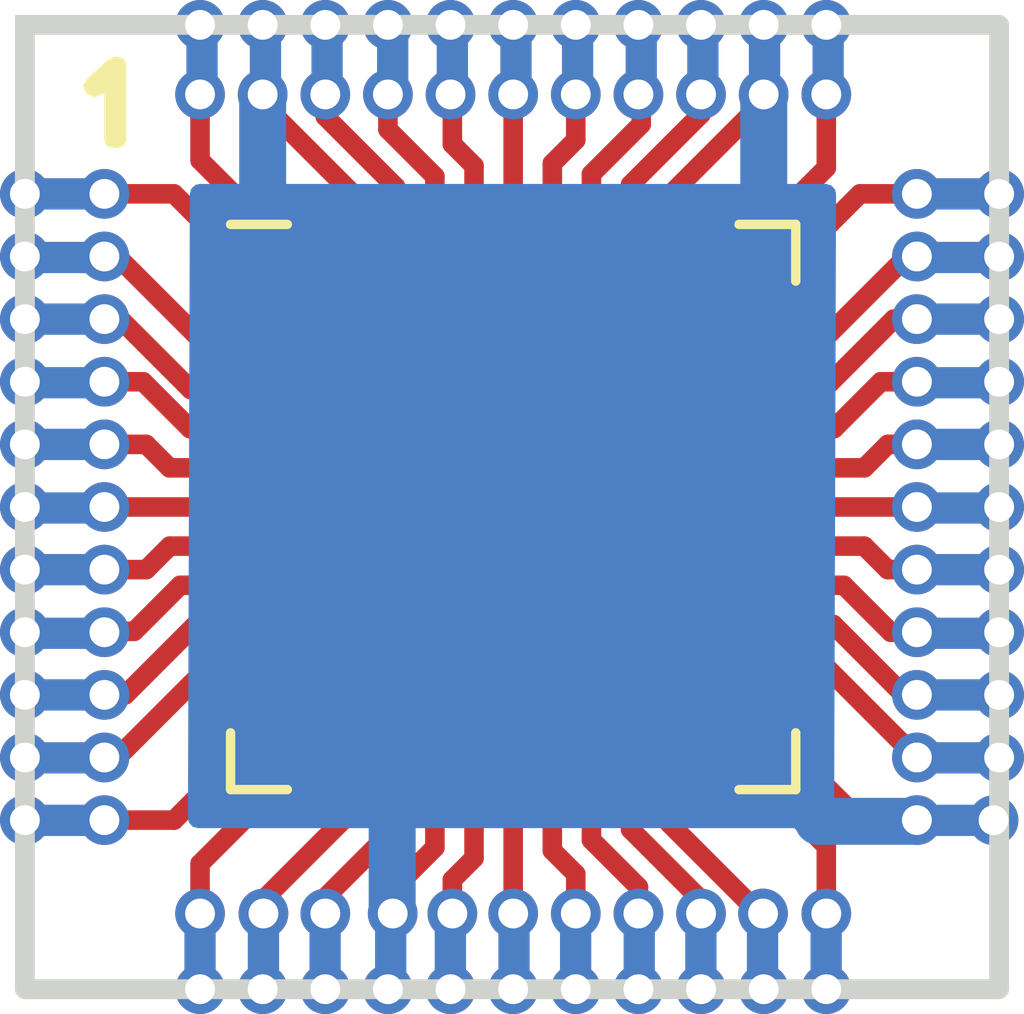
<source format=kicad_pcb>
(kicad_pcb (version 20211014) (generator pcbnew)
  (layers (0 "F.Cu" signal "Top") (31 "B.Cu" signal "Bottom") (34 "B.Paste" user) (35 "F.Paste" user) (36 "B.SilkS" user "B.Silkscreen") (37 "F.SilkS" user "F.Silkscreen") (38 "B.Mask" user) (39 "F.Mask" user) (44 "Edge.Cuts" user))
  (net 0 "")
  (net 1 "unconnected-(U1-Pad1)")
  (net 2 "unconnected-(U1-Pad2)")
  (net 3 "unconnected-(U1-Pad3)")
  (net 4 "unconnected-(U1-Pad4)")
  (net 5 "GND")
  (net 6 "unconnected-(U1-Pad7)")
  (net 7 "unconnected-(U1-Pad8)")
  (net 8 "unconnected-(U1-Pad9)")
  (net 9 "unconnected-(U1-Pad10)")
  (net 10 "unconnected-(U1-Pad11)")
  (net 11 "unconnected-(U1-Pad12)")
  (net 12 "unconnected-(U1-Pad13)")
  (net 13 "unconnected-(U1-Pad16)")
  (net 14 "unconnected-(U1-Pad19)")
  (net 15 "unconnected-(U1-Pad20)")
  (net 16 "unconnected-(U1-Pad21)")
  (net 17 "unconnected-(U1-Pad22)")
  (net 18 "unconnected-(U1-Pad25)")
  (net 19 "unconnected-(U1-Pad26)")
  (net 20 "unconnected-(U1-Pad27)")
  (net 21 "unconnected-(U1-Pad29)")
  (net 22 "unconnected-(U1-Pad30)")
  (net 23 "unconnected-(U1-Pad31)")
  (net 24 "unconnected-(U1-Pad32)")
  (net 25 "unconnected-(U1-Pad33)")
  (net 26 "unconnected-(U1-Pad36)")
  (net 27 "unconnected-(U1-Pad37)")
  (net 28 "unconnected-(U1-Pad40)")
  (net 29 "unconnected-(U1-Pad41)")
  (net 30 "unconnected-(U1-Pad42)")
  (net 31 "unconnected-(U1-Pad5)")
  (net 32 "unconnected-(U1-Pad6)")
  (net 33 "Net-(U1-Pad14)")
  (net 34 "unconnected-(U1-Pad17)")
  (net 35 "unconnected-(U1-Pad18)")
  (net 36 "Net-(U1-Pad24)")
  (net 37 "unconnected-(U1-Pad28)")
  (net 38 "unconnected-(U1-Pad38)")
  (net 39 "unconnected-(U1-Pad39)")
  (footprint "Package_DFN_QFN:QFN-44-1EP_7x7mm_P0.5mm_EP5.2x5.2mm" (layer "F.Cu") (at 221.376 79.692)
    (fp_text reference "U1" hide)
    (fp_text value "ATmega32U4-M")
    (fp_line (start 3.61 3.61) (end 3.61 2.885) (layer "F.SilkS") (width 0.12))
    (fp_line (start 2.885 -3.61) (end 3.61 -3.61) (layer "F.SilkS") (width 0.12))
    (fp_line (start -3.61 3.61) (end -3.61 2.885) (layer "F.SilkS") (width 0.12))
    (fp_line (start -2.885 -3.61) (end -3.61 -3.61) (layer "F.SilkS") (width 0.12))
    (fp_line (start 3.61 -3.61) (end 3.61 -2.885) (layer "F.SilkS") (width 0.12))
    (fp_line (start -2.885 3.61) (end -3.61 3.61) (layer "F.SilkS") (width 0.12))
    (fp_line (start 2.885 3.61) (end 3.61 3.61) (layer "F.SilkS") (width 0.12))
    (pad "1" smd roundrect (at -3.3375 -2.5) (size 1.075 0.25) (layers "F.Cu" "F.Paste" "F.Mask") (net 1 "unconnected-(U1-Pad1)"))
    (pad "2" smd roundrect (at -3.3375 -2) (size 1.075 0.25) (layers "F.Cu" "F.Paste" "F.Mask") (net 2 "unconnected-(U1-Pad2)"))
    (pad "3" smd roundrect (at -3.3375 -1.5) (size 1.075 0.25) (layers "F.Cu" "F.Paste" "F.Mask") (net 3 "unconnected-(U1-Pad3)"))
    (pad "4" smd roundrect (at -3.3375 -1) (size 1.075 0.25) (layers "F.Cu" "F.Paste" "F.Mask") (net 4 "unconnected-(U1-Pad4)"))
    (pad "5" smd roundrect (at -3.3375 -0.5) (size 1.075 0.25) (layers "F.Cu" "F.Paste" "F.Mask") (net 31 "unconnected-(U1-Pad5)"))
    (pad "6" smd roundrect (at -3.3375 0) (size 1.075 0.25) (layers "F.Cu" "F.Paste" "F.Mask") (net 32 "unconnected-(U1-Pad6)"))
    (pad "7" smd roundrect (at -3.3375 0.5) (size 1.075 0.25) (layers "F.Cu" "F.Paste" "F.Mask") (net 6 "unconnected-(U1-Pad7)"))
    (pad "8" smd roundrect (at -3.3375 1) (size 1.075 0.25) (layers "F.Cu" "F.Paste" "F.Mask") (net 7 "unconnected-(U1-Pad8)"))
    (pad "9" smd roundrect (at -3.3375 1.5) (size 1.075 0.25) (layers "F.Cu" "F.Paste" "F.Mask") (net 8 "unconnected-(U1-Pad9)"))
    (pad "10" smd roundrect (at -3.3375 2) (size 1.075 0.25) (layers "F.Cu" "F.Paste" "F.Mask") (net 9 "unconnected-(U1-Pad10)"))
    (pad "11" smd roundrect (at -3.3375 2.5) (size 1.075 0.25) (layers "F.Cu" "F.Paste" "F.Mask") (net 10 "unconnected-(U1-Pad11)"))
    (pad "12" smd roundrect (at -2.5 3.3375) (size 0.25 1.075) (layers "F.Cu" "F.Paste" "F.Mask") (net 11 "unconnected-(U1-Pad12)"))
    (pad "13" smd roundrect (at -2 3.3375) (size 0.25 1.075) (layers "F.Cu" "F.Paste" "F.Mask") (net 12 "unconnected-(U1-Pad13)"))
    (pad "14" smd roundrect (at -1.5 3.3375) (size 0.25 1.075) (layers "F.Cu" "F.Paste" "F.Mask") (net 33 "Net-(U1-Pad14)"))
    (pad "15" smd roundrect (at -1 3.3375) (size 0.25 1.075) (layers "F.Cu" "F.Paste" "F.Mask") (net 5 "GND"))
    (pad "16" smd roundrect (at -0.5 3.3375) (size 0.25 1.075) (layers "F.Cu" "F.Paste" "F.Mask") (net 13 "unconnected-(U1-Pad16)"))
    (pad "17" smd roundrect (at 0 3.3375) (size 0.25 1.075) (layers "F.Cu" "F.Paste" "F.Mask") (net 34 "unconnected-(U1-Pad17)"))
    (pad "18" smd roundrect (at 0.5 3.3375) (size 0.25 1.075) (layers "F.Cu" "F.Paste" "F.Mask") (net 35 "unconnected-(U1-Pad18)"))
    (pad "19" smd roundrect (at 1 3.3375) (size 0.25 1.075) (layers "F.Cu" "F.Paste" "F.Mask") (net 14 "unconnected-(U1-Pad19)"))
    (pad "20" smd roundrect (at 1.5 3.3375) (size 0.25 1.075) (layers "F.Cu" "F.Paste" "F.Mask") (net 15 "unconnected-(U1-Pad20)"))
    (pad "21" smd roundrect (at 2 3.3375) (size 0.25 1.075) (layers "F.Cu" "F.Paste" "F.Mask") (net 16 "unconnected-(U1-Pad21)"))
    (pad "22" smd roundrect (at 2.5 3.3375) (size 0.25 1.075) (layers "F.Cu" "F.Paste" "F.Mask") (net 17 "unconnected-(U1-Pad22)"))
    (pad "23" smd roundrect (at 3.3375 2.5) (size 1.075 0.25) (layers "F.Cu" "F.Paste" "F.Mask") (net 5 "GND"))
    (pad "24" smd roundrect (at 3.3375 2) (size 1.075 0.25) (layers "F.Cu" "F.Paste" "F.Mask") (net 36 "Net-(U1-Pad24)"))
    (pad "25" smd roundrect (at 3.3375 1.5) (size 1.075 0.25) (layers "F.Cu" "F.Paste" "F.Mask") (net 18 "unconnected-(U1-Pad25)"))
    (pad "26" smd roundrect (at 3.3375 1) (size 1.075 0.25) (layers "F.Cu" "F.Paste" "F.Mask") (net 19 "unconnected-(U1-Pad26)"))
    (pad "27" smd roundrect (at 3.3375 0.5) (size 1.075 0.25) (layers "F.Cu" "F.Paste" "F.Mask") (net 20 "unconnected-(U1-Pad27)"))
    (pad "28" smd roundrect (at 3.3375 0) (size 1.075 0.25) (layers "F.Cu" "F.Paste" "F.Mask") (net 37 "unconnected-(U1-Pad28)"))
    (pad "29" smd roundrect (at 3.3375 -0.5) (size 1.075 0.25) (layers "F.Cu" "F.Paste" "F.Mask") (net 21 "unconnected-(U1-Pad29)"))
    (pad "30" smd roundrect (at 3.3375 -1) (size 1.075 0.25) (layers "F.Cu" "F.Paste" "F.Mask") (net 22 "unconnected-(U1-Pad30)"))
    (pad "31" smd roundrect (at 3.3375 -1.5) (size 1.075 0.25) (layers "F.Cu" "F.Paste" "F.Mask") (net 23 "unconnected-(U1-Pad31)"))
    (pad "32" smd roundrect (at 3.3375 -2) (size 1.075 0.25) (layers "F.Cu" "F.Paste" "F.Mask") (net 24 "unconnected-(U1-Pad32)"))
    (pad "33" smd roundrect (at 3.3375 -2.5) (size 1.075 0.25) (layers "F.Cu" "F.Paste" "F.Mask") (net 25 "unconnected-(U1-Pad33)"))
    (pad "34" smd roundrect (at 2.5 -3.3375) (size 0.25 1.075) (layers "F.Cu" "F.Paste" "F.Mask") (net 33 "Net-(U1-Pad14)"))
    (pad "35" smd roundrect (at 2 -3.3375) (size 0.25 1.075) (layers "F.Cu" "F.Paste" "F.Mask") (net 5 "GND"))
    (pad "36" smd roundrect (at 1.5 -3.3375) (size 0.25 1.075) (layers "F.Cu" "F.Paste" "F.Mask") (net 26 "unconnected-(U1-Pad36)"))
    (pad "37" smd roundrect (at 1 -3.3375) (size 0.25 1.075) (layers "F.Cu" "F.Paste" "F.Mask") (net 27 "unconnected-(U1-Pad37)"))
    (pad "38" smd roundrect (at 0.5 -3.3375) (size 0.25 1.075) (layers "F.Cu" "F.Paste" "F.Mask") (net 38 "unconnected-(U1-Pad38)"))
    (pad "39" smd roundrect (at 0 -3.3375) (size 0.25 1.075) (layers "F.Cu" "F.Paste" "F.Mask") (net 39 "unconnected-(U1-Pad39)"))
    (pad "40" smd roundrect (at -0.5 -3.3375) (size 0.25 1.075) (layers "F.Cu" "F.Paste" "F.Mask") (net 28 "unconnected-(U1-Pad40)"))
    (pad "41" smd roundrect (at -1 -3.3375) (size 0.25 1.075) (layers "F.Cu" "F.Paste" "F.Mask") (net 29 "unconnected-(U1-Pad41)"))
    (pad "42" smd roundrect (at -1.5 -3.3375) (size 0.25 1.075) (layers "F.Cu" "F.Paste" "F.Mask") (net 30 "unconnected-(U1-Pad42)"))
    (pad "43" smd roundrect (at -2 -3.3375) (size 0.25 1.075) (layers "F.Cu" "F.Paste" "F.Mask") (net 5 "GND"))
    (pad "44" smd roundrect (at -2.5 -3.3375) (size 0.25 1.075) (layers "F.Cu" "F.Paste" "F.Mask") (net 36 "Net-(U1-Pad24)"))
    (pad "45" smd rect (at 0 0) (size 5.2 5.2) (layers "F.Cu" "F.Mask") (net 5 "GND"))
  )
  (footprint "kibuzzard-624633C9" (layer "F.Cu") (at 216.154 74.5236)
    (fp_text reference "kibuzzard-624633C9" hide)
    (fp_text value "G***" hide)
    (fp_poly (pts (xy 0.042863 -0.542925) (xy 0.132556 -0.5842) (xy 0.207963 -0.576263) (xy 0.249238 -0.558006) (xy 0.271463 -0.523875) (xy 0.2794 -0.439738) (xy 0.2794 0.4445) (xy 0.277019 0.499269) (xy 0.261938 0.541338) (xy 0.219869 0.573484) (xy 0.138113 0.5842) (xy 0.058341 0.573881) (xy 0.015875 0.542925) (xy 0.000794 0.499269) (xy -0.001588 0.441325) (xy -0.001588 -0.125413) (xy -0.022225 -0.106363) (xy -0.13335 -0.05715) (xy -0.229394 -0.112713) (xy -0.2794 -0.211138) (xy -0.22225 -0.3048) (xy 0.0381 -0.53975) (xy 0.042863 -0.542925)) (layer "F.SilkS") (width 0) (fill solid))
  )
  (gr_rect (start 215.138 85.852) (end 227.584 73.533) (layer "Edge.Cuts") (width 0.254) (fill none))
  (segment (start 218.0385 76.6875) (end 218.0385 77.192) (width 0.25) (layer "F.Cu") (net 1))
  (segment (start 215.138 75.692) (end 216.027 75.692) (width 0.25) (layer "F.Cu") (net 1))
  (segment (start 217.043 75.692) (end 218.0385 76.6875) (width 0.25) (layer "F.Cu") (net 1))
  (segment (start 216.027 75.692) (end 217.043 75.692) (width 0.25) (layer "F.Cu") (net 1))
  (via (at 216.154 75.692) (size 0.635) (drill 0.381) (layers "F.Cu" "B.Cu") (net 1))
  (via (at 215.138 75.692) (size 0.635) (drill 0.381) (layers "F.Cu" "B.Cu") (net 1))
  (segment (start 216.154 75.692) (end 215.22372 75.692) (width 0.4) (layer "B.Cu") (net 1))
  (segment (start 217.519 77.692) (end 218.0385 77.692) (width 0.25) (layer "F.Cu") (net 2))
  (segment (start 216.243 76.492) (end 216.319 76.492) (width 0.25) (layer "F.Cu") (net 2))
  (segment (start 215.138 76.492) (end 216.243 76.492) (width 0.25) (layer "F.Cu") (net 2))
  (segment (start 216.319 76.492) (end 217.519 77.692) (width 0.25) (layer "F.Cu") (net 2))
  (via (at 215.138 76.492) (size 0.635) (drill 0.381) (layers "F.Cu" "B.Cu") (net 2))
  (via (at 216.154 76.492) (size 0.635) (drill 0.381) (layers "F.Cu" "B.Cu") (net 2))
  (segment (start 216.08574 76.5048) (end 215.15546 76.5048) (width 0.4) (layer "B.Cu") (net 2))
  (segment (start 215.138 77.292) (end 215.951 77.292) (width 0.25) (layer "F.Cu") (net 3))
  (segment (start 217.257 78.192) (end 218.0385 78.192) (width 0.25) (layer "F.Cu") (net 3))
  (segment (start 215.951 77.292) (end 216.357 77.292) (width 0.25) (layer "F.Cu") (net 3))
  (segment (start 216.357 77.292) (end 217.257 78.192) (width 0.25) (layer "F.Cu") (net 3))
  (via (at 216.154 77.292) (size 0.635) (drill 0.381) (layers "F.Cu" "B.Cu") (net 3))
  (via (at 215.138 77.292) (size 0.635) (drill 0.381) (layers "F.Cu" "B.Cu") (net 3))
  (segment (start 216.13654 77.2922) (end 215.20626 77.2922) (width 0.4) (layer "B.Cu") (net 3))
  (segment (start 216.649 78.092) (end 217.249 78.692) (width 0.25) (layer "F.Cu") (net 4))
  (segment (start 217.249 78.692) (end 218.0385 78.692) (width 0.25) (layer "F.Cu") (net 4))
  (segment (start 215.138 78.092) (end 216.04 78.092) (width 0.25) (layer "F.Cu") (net 4))
  (segment (start 216.04 78.092) (end 216.649 78.092) (width 0.25) (layer "F.Cu") (net 4))
  (via (at 215.138 78.092) (size 0.635) (drill 0.381) (layers "F.Cu" "B.Cu") (net 4))
  (via (at 216.154 78.092) (size 0.635) (drill 0.381) (layers "F.Cu" "B.Cu") (net 4))
  (segment (start 216.13654 78.105) (end 215.20626 78.105) (width 0.4) (layer "B.Cu") (net 4))
  (segment (start 219.837 85.852) (end 219.837 84.836) (width 0.25) (layer "F.Cu") (net 5))
  (segment (start 227.457 83.692) (end 225.805 83.692) (width 0.25) (layer "F.Cu") (net 5))
  (segment (start 220.376 80.692) (end 221.376 79.692) (width 0.25) (layer "F.Cu") (net 5))
  (segment (start 224.7135 82.192) (end 223.876 82.192) (width 0.25) (layer "F.Cu") (net 5))
  (segment (start 225.805 83.692) (end 224.7135 82.6005) (width 0.25) (layer "F.Cu") (net 5))
  (segment (start 220.376 83.0295) (end 220.376 80.692) (width 0.25) (layer "F.Cu") (net 5))
  (segment (start 218.186 74.549) (end 219.376 75.739) (width 0.25) (layer "F.Cu") (net 5))
  (segment (start 223.376 75.709) (end 223.376 76.344) (width 0.25) (layer "F.Cu") (net 5))
  (segment (start 224.576 74.382) (end 224.576 74.509) (width 0.25) (layer "F.Cu") (net 5))
  (segment (start 223.376 77.692) (end 221.376 79.692) (width 0.1524) (layer "F.Cu") (net 5))
  (segment (start 223.876 82.192) (end 221.376 79.692) (width 0.25) (layer "F.Cu") (net 5))
  (segment (start 224.576 73.533) (end 224.576 74.382) (width 0.25) (layer "F.Cu") (net 5))
  (segment (start 219.376 77.692) (end 221.376 79.692) (width 0.25) (layer "F.Cu") (net 5))
  (segment (start 218.186 74.295) (end 218.186 74.549) (width 0.25) (layer "F.Cu") (net 5))
  (segment (start 220.376 84.043) (end 220.376 83.0295) (width 0.25) (layer "F.Cu") (net 5))
  (segment (start 218.186 73.533) (end 218.186 74.295) (width 0.25) (layer "F.Cu") (net 5))
  (segment (start 219.376 75.739) (end 219.376 76.3545) (width 0.25) (layer "F.Cu") (net 5))
  (segment (start 224.7135 82.6005) (end 224.7135 82.192) (width 0.25) (layer "F.Cu") (net 5))
  (segment (start 223.376 76.3545) (end 223.376 77.692) (width 0.1524) (layer "F.Cu") (net 5))
  (segment (start 219.837 84.582) (end 220.376 84.043) (width 0.25) (layer "F.Cu") (net 5))
  (segment (start 219.837 84.836) (end 219.837 84.582) (width 0.25) (layer "F.Cu") (net 5))
  (segment (start 219.376 76.3545) (end 219.376 77.692) (width 0.25) (layer "F.Cu") (net 5))
  (segment (start 224.576 74.509) (end 223.376 75.709) (width 0.25) (layer "F.Cu") (net 5))
  (via (at 219.837 84.885) (size 0.635) (drill 0.381) (layers "F.Cu" "B.Cu") (net 5))
  (via (at 218.176 74.422) (size 0.635) (drill 0.381) (layers "F.Cu" "B.Cu") (net 5))
  (via (at 219.776 85.852) (size 0.635) (drill 0.381) (layers "F.Cu" "B.Cu") (net 5))
  (via (at 224.576 74.422) (size 0.635) (drill 0.381) (layers "F.Cu" "B.Cu") (net 5))
  (via (at 226.533349 83.692) (size 0.635) (drill 0.381) (layers "F.Cu" "B.Cu") (net 5))
  (via (at 227.512592 83.693146) (size 0.635) (drill 0.381) (layers "F.Cu" "B.Cu") (net 5))
  (via (at 224.576 73.533) (size 0.635) (drill 0.381) (layers "F.Cu" "B.Cu") (net 5))
  (via (at 218.176 73.533) (size 0.635) (drill 0.381) (layers "F.Cu" "B.Cu") (net 5))
  (segment (start 219.8116 84.91992) (end 219.8116 85.8012) (width 0.4) (layer "B.Cu") (net 5))
  (segment (start 224.576732 74.427538) (end 224.576732 75.687538) (width 0.6) (layer "B.Cu") (net 5))
  (segment (start 218.176 74.422) (end 218.176 75.682) (width 0.6) (layer "B.Cu") (net 5))
  (segment (start 218.176 75.682) (end 218.186 75.692) (width 0.1524) (layer "B.Cu") (net 5))
  (segment (start 224.5868 73.51532) (end 224.5868 74.3966) (width 0.4) (layer "B.Cu") (net 5))
  (segment (start 227.514207 83.69492) (end 226.583927 83.69492) (width 0.4) (layer "B.Cu") (net 5))
  (segment (start 225.272329 83.707402) (end 226.532329 83.707402) (width 0.6) (layer "B.Cu") (net 5))
  (segment (start 218.2114 73.51532) (end 218.2114 74.3966) (width 0.4) (layer "B.Cu") (net 5))
  (segment (start 219.830175 83.603295) (end 219.830175 84.863295) (width 0.6) (layer "B.Cu") (net 5))
  (segment (start 215.138 80.492) (end 216.18 80.492) (width 0.25) (layer "F.Cu") (net 6))
  (segment (start 216.688 80.492) (end 216.988 80.192) (width 0.25) (layer "F.Cu") (net 6))
  (segment (start 216.988 80.192) (end 218.0385 80.192) (width 0.25) (layer "F.Cu") (net 6))
  (segment (start 216.18 80.492) (end 216.688 80.492) (width 0.25) (layer "F.Cu") (net 6))
  (via (at 215.138 80.492) (size 0.635) (drill 0.381) (layers "F.Cu" "B.Cu") (net 6))
  (via (at 216.154 80.492) (size 0.635) (drill 0.381) (layers "F.Cu" "B.Cu") (net 6))
  (segment (start 216.11114 80.4926) (end 215.18086 80.4926) (width 0.4) (layer "B.Cu") (net 6))
  (segment (start 216.535 81.28) (end 217.123 80.692) (width 0.25) (layer "F.Cu") (net 7))
  (segment (start 217.123 80.692) (end 218.0385 80.692) (width 0.25) (layer "F.Cu") (net 7))
  (segment (start 215.138 81.28) (end 216.027 81.28) (width 0.25) (layer "F.Cu") (net 7))
  (segment (start 216.027 81.28) (end 216.535 81.28) (width 0.25) (layer "F.Cu") (net 7))
  (via (at 216.154 81.292) (size 0.635) (drill 0.381) (layers "F.Cu" "B.Cu") (net 7))
  (via (at 215.138 81.292) (size 0.635) (drill 0.381) (layers "F.Cu" "B.Cu") (net 7))
  (segment (start 216.08574 81.3054) (end 215.15546 81.3054) (width 0.4) (layer "B.Cu") (net 7))
  (segment (start 217.3215 81.192) (end 218.0385 81.192) (width 0.25) (layer "F.Cu") (net 8))
  (segment (start 216.4215 82.092) (end 217.3215 81.192) (width 0.25) (layer "F.Cu") (net 8))
  (segment (start 215.138 82.092) (end 215.977 82.092) (width 0.25) (layer "F.Cu") (net 8))
  (segment (start 215.977 82.092) (end 216.4215 82.092) (width 0.25) (layer "F.Cu") (net 8))
  (via (at 216.154 82.092) (size 0.635) (drill 0.381) (layers "F.Cu" "B.Cu") (net 8))
  (via (at 215.138 82.092) (size 0.635) (drill 0.381) (layers "F.Cu" "B.Cu") (net 8))
  (segment (start 216.11114 82.0928) (end 215.18086 82.0928) (width 0.4) (layer "B.Cu") (net 8))
  (segment (start 216.32 82.892) (end 217.52 81.692) (width 0.25) (layer "F.Cu") (net 9))
  (segment (start 217.52 81.692) (end 218.0385 81.692) (width 0.25) (layer "F.Cu") (net 9))
  (segment (start 215.138 82.892) (end 216.066 82.892) (width 0.25) (layer "F.Cu") (net 9))
  (segment (start 216.066 82.892) (end 216.32 82.892) (width 0.25) (layer "F.Cu") (net 9))
  (via (at 216.154 82.892) (size 0.635) (drill 0.381) (layers "F.Cu" "B.Cu") (net 9))
  (via (at 215.138 82.892) (size 0.635) (drill 0.381) (layers "F.Cu" "B.Cu") (net 9))
  (segment (start 216.112361 82.896351) (end 215.182081 82.896351) (width 0.4) (layer "B.Cu") (net 9))
  (segment (start 217.044 83.692) (end 218.0385 82.6975) (width 0.25) (layer "F.Cu") (net 10))
  (segment (start 215.138 83.692) (end 216.155 83.692) (width 0.25) (layer "F.Cu") (net 10))
  (segment (start 218.0385 82.6975) (end 218.0385 82.192) (width 0.25) (layer "F.Cu") (net 10))
  (segment (start 216.155 83.692) (end 217.044 83.692) (width 0.25) (layer "F.Cu") (net 10))
  (via (at 215.138 83.692) (size 0.635) (drill 0.381) (layers "F.Cu" "B.Cu") (net 10))
  (via (at 216.154 83.692) (size 0.635) (drill 0.381) (layers "F.Cu" "B.Cu") (net 10))
  (segment (start 216.117547 83.69492) (end 215.187267 83.69492) (width 0.4) (layer "B.Cu") (net 10))
  (segment (start 217.376 84.249) (end 218.5955 83.0295) (width 0.25) (layer "F.Cu") (net 11))
  (segment (start 217.376 85.852) (end 217.376 85.011) (width 0.25) (layer "F.Cu") (net 11))
  (segment (start 218.5955 83.0295) (end 218.876 83.0295) (width 0.25) (layer "F.Cu") (net 11))
  (segment (start 217.376 85.011) (end 217.376 84.249) (width 0.25) (layer "F.Cu") (net 11))
  (via (at 217.376 84.885) (size 0.635) (drill 0.381) (layers "F.Cu" "B.Cu") (net 11))
  (via (at 217.376 85.852) (size 0.635) (drill 0.381) (layers "F.Cu" "B.Cu") (net 11))
  (segment (start 217.376 84.885) (end 217.376 85.76628) (width 0.4) (layer "B.Cu") (net 11))
  (segment (start 218.186 85.852) (end 218.186 85.09) (width 0.25) (layer "F.Cu") (net 12))
  (segment (start 219.376 83.519) (end 219.376 83.0295) (width 0.25) (layer "F.Cu") (net 12))
  (segment (start 218.186 84.709) (end 219.376 83.519) (width 0.25) (layer "F.Cu") (net 12))
  (segment (start 218.186 85.09) (end 218.186 84.709) (width 0.25) (layer "F.Cu") (net 12))
  (via (at 218.186 84.885) (size 0.635) (drill 0.381) (layers "F.Cu" "B.Cu") (net 12))
  (via (at 218.176 85.852) (size 0.635) (drill 0.381) (layers "F.Cu" "B.Cu") (net 12))
  (segment (start 218.186 84.91992) (end 218.186 85.8012) (width 0.4) (layer "B.Cu") (net 12))
  (segment (start 220.599 85.852) (end 220.599 84.836) (width 0.25) (layer "F.Cu") (net 13))
  (segment (start 220.599 84.836) (end 220.599 84.455) (width 0.25) (layer "F.Cu") (net 13))
  (segment (start 220.876 84.178) (end 220.876 83.0295) (width 0.25) (layer "F.Cu") (net 13))
  (segment (start 220.599 84.455) (end 220.876 84.178) (width 0.25) (layer "F.Cu") (net 13))
  (via (at 220.576 85.852) (size 0.635) (drill 0.381) (layers "F.Cu" "B.Cu") (net 13))
  (via (at 220.599 84.885) (size 0.635) (drill 0.381) (layers "F.Cu" "B.Cu") (net 13))
  (segment (start 220.5736 84.94532) (end 220.5736 85.8266) (width 0.4) (layer "B.Cu") (net 13))
  (segment (start 222.976 84.546) (end 222.376 83.946) (width 0.25) (layer "F.Cu") (net 14))
  (segment (start 222.376 83.946) (end 222.376 83.0295) (width 0.25) (layer "F.Cu") (net 14))
  (segment (start 222.976 85.852) (end 222.976 84.999) (width 0.25) (layer "F.Cu") (net 14))
  (segment (start 222.976 84.999) (end 222.976 84.546) (width 0.25) (layer "F.Cu") (net 14))
  (via (at 222.976 84.885) (size 0.635) (drill 0.381) (layers "F.Cu" "B.Cu") (net 14))
  (via (at 222.976 85.852) (size 0.635) (drill 0.381) (layers "F.Cu" "B.Cu") (net 14))
  (segment (start 222.9866 84.97072) (end 222.9866 85.852) (width 0.4) (layer "B.Cu") (net 14))
  (segment (start 223.776 84.961) (end 223.776 84.711) (width 0.25) (layer "F.Cu") (net 15))
  (segment (start 223.776 84.711) (end 222.876 83.811) (width 0.25) (layer "F.Cu") (net 15))
  (segment (start 222.876 83.811) (end 222.876 83.0295) (width 0.25) (layer "F.Cu") (net 15))
  (segment (start 223.776 85.852) (end 223.776 84.961) (width 0.25) (layer "F.Cu") (net 15))
  (via (at 223.776 84.885) (size 0.635) (drill 0.381) (layers "F.Cu" "B.Cu") (net 15))
  (via (at 223.776 85.852) (size 0.635) (drill 0.381) (layers "F.Cu" "B.Cu") (net 15))
  (segment (start 223.774 84.94532) (end 223.774 85.8266) (width 0.4) (layer "B.Cu") (net 15))
  (segment (start 224.56775 84.93125) (end 223.376 83.7395) (width 0.25) (layer "F.Cu") (net 16))
  (segment (start 223.376 83.7395) (end 223.376 83.0295) (width 0.25) (layer "F.Cu") (net 16))
  (segment (start 224.576 85.852) (end 224.576 84.9395) (width 0.25) (layer "F.Cu") (net 16))
  (segment (start 224.576 84.9395) (end 224.56775 84.93125) (width 0.25) (layer "F.Cu") (net 16))
  (via (at 224.576 85.852) (size 0.635) (drill 0.381) (layers "F.Cu" "B.Cu") (net 16))
  (via (at 224.56775 84.885) (size 0.635) (drill 0.381) (layers "F.Cu" "B.Cu") (net 16))
  (segment (start 224.5614 84.91992) (end 224.5614 85.8012) (width 0.4) (layer "B.Cu") (net 16))
  (segment (start 225.376 84.025) (end 224.3805 83.0295) (width 0.25) (layer "F.Cu") (net 17))
  (segment (start 225.376 84.885) (end 225.376 84.025) (width 0.25) (layer "F.Cu") (net 17))
  (segment (start 224.3805 83.0295) (end 223.876 83.0295) (width 0.25) (layer "F.Cu") (net 17))
  (segment (start 225.376 85.852) (end 225.376 84.885) (width 0.25) (layer "F.Cu") (net 17))
  (via (at 225.376 85.852) (size 0.635) (drill 0.381) (layers "F.Cu" "B.Cu") (net 17))
  (via (at 225.376 84.885) (size 0.635) (drill 0.381) (layers "F.Cu" "B.Cu") (net 17))
  (segment (start 225.3742 84.91992) (end 225.3742 85.8012) (width 0.4) (layer "B.Cu") (net 17))
  (segment (start 227.457 82.092) (end 226.364 82.092) (width 0.25) (layer "F.Cu") (net 18))
  (segment (start 226.364 82.092) (end 225.464 81.192) (width 0.25) (layer "F.Cu") (net 18))
  (segment (start 225.464 81.192) (end 224.7135 81.192) (width 0.25) (layer "F.Cu") (net 18))
  (via (at 226.533349 82.092) (size 0.635) (drill 0.381) (layers "F.Cu" "B.Cu") (net 18))
  (via (at 227.584 82.093146) (size 0.635) (drill 0.381) (layers "F.Cu" "B.Cu") (net 18))
  (segment (start 227.5078 82.0928) (end 226.57752 82.0928) (width 0.4) (layer "B.Cu") (net 18))
  (segment (start 225.599 80.692) (end 224.7135 80.692) (width 0.25) (layer "F.Cu") (net 19))
  (segment (start 227.445 81.292) (end 226.199 81.292) (width 0.25) (layer "F.Cu") (net 19))
  (segment (start 226.199 81.292) (end 225.599 80.692) (width 0.25) (layer "F.Cu") (net 19))
  (segment (start 227.457 81.28) (end 227.445 81.292) (width 0.25) (layer "F.Cu") (net 19))
  (via (at 227.584 81.293146) (size 0.635) (drill 0.381) (layers "F.Cu" "B.Cu") (net 19))
  (via (at 226.533349 81.292) (size 0.635) (drill 0.381) (layers "F.Cu" "B.Cu") (net 19))
  (segment (start 227.4824 81.3054) (end 226.55212 81.3054) (width 0.4) (layer "B.Cu") (net 19))
  (segment (start 226.161 80.492) (end 225.861 80.192) (width 0.25) (layer "F.Cu") (net 20))
  (segment (start 225.861 80.192) (end 224.7135 80.192) (width 0.25) (layer "F.Cu") (net 20))
  (segment (start 227.457 80.492) (end 226.161 80.492) (width 0.25) (layer "F.Cu") (net 20))
  (via (at 227.584 80.493146) (size 0.635) (drill 0.381) (layers "F.Cu" "B.Cu") (net 20))
  (via (at 226.533349 80.492) (size 0.635) (drill 0.381) (layers "F.Cu" "B.Cu") (net 20))
  (segment (start 227.5078 80.4926) (end 226.57752 80.4926) (width 0.4) (layer "B.Cu") (net 20))
  (segment (start 226.162 78.892) (end 225.862 79.192) (width 0.25) (layer "F.Cu") (net 21))
  (segment (start 227.432 78.892) (end 226.162 78.892) (width 0.25) (layer "F.Cu") (net 21))
  (segment (start 227.457 78.867) (end 227.432 78.892) (width 0.25) (layer "F.Cu") (net 21))
  (segment (start 225.862 79.192) (end 224.7135 79.192) (width 0.25) (layer "F.Cu") (net 21))
  (via (at 227.584 78.893146) (size 0.635) (drill 0.381) (layers "F.Cu" "B.Cu") (net 21))
  (via (at 226.533349 78.892) (size 0.635) (drill 0.381) (layers "F.Cu" "B.Cu") (net 21))
  (segment (start 227.5078 78.8924) (end 226.57752 78.8924) (width 0.4) (layer "B.Cu") (net 21))
  (segment (start 225.473 78.692) (end 224.7135 78.692) (width 0.25) (layer "F.Cu") (net 22))
  (segment (start 227.457 78.092) (end 226.073 78.092) (width 0.25) (layer "F.Cu") (net 22))
  (segment (start 226.073 78.092) (end 225.473 78.692) (width 0.25) (layer "F.Cu") (net 22))
  (via (at 226.533349 78.092) (size 0.635) (drill 0.381) (layers "F.Cu" "B.Cu") (net 22))
  (via (at 227.584 78.093146) (size 0.635) (drill 0.381) (layers "F.Cu" "B.Cu") (net 22))
  (segment (start 227.5332 78.105) (end 226.60292 78.105) (width 0.4) (layer "B.Cu") (net 22))
  (segment (start 226.238 77.292) (end 225.338 78.192) (width 0.25) (layer "F.Cu") (net 23))
  (segment (start 225.338 78.192) (end 224.7135 78.192) (width 0.25) (layer "F.Cu") (net 23))
  (segment (start 227.457 77.292) (end 226.238 77.292) (width 0.25) (layer "F.Cu") (net 23))
  (via (at 226.533349 77.292) (size 0.635) (drill 0.381) (layers "F.Cu" "B.Cu") (net 23))
  (via (at 227.584 77.293146) (size 0.635) (drill 0.381) (layers "F.Cu" "B.Cu") (net 23))
  (segment (start 227.5332 77.2922) (end 226.60292 77.2922) (width 0.4) (layer "B.Cu") (net 23))
  (segment (start 225.203 77.692) (end 224.7135 77.692) (width 0.25) (layer "F.Cu") (net 24))
  (segment (start 226.403 76.492) (end 225.203 77.692) (width 0.25) (layer "F.Cu") (net 24))
  (segment (start 227.457 76.492) (end 226.403 76.492) (width 0.25) (layer "F.Cu") (net 24))
  (via (at 226.533349 76.492) (size 0.635) (drill 0.381) (layers "F.Cu" "B.Cu") (net 24))
  (via (at 227.584 76.493146) (size 0.635) (drill 0.381) (layers "F.Cu" "B.Cu") (net 24))
  (segment (start 227.4824 76.5048) (end 226.55212 76.5048) (width 0.4) (layer "B.Cu") (net 24))
  (segment (start 225.806 75.692) (end 224.7135 76.7845) (width 0.25) (layer "F.Cu") (net 25))
  (segment (start 227.457 75.692) (end 225.806 75.692) (width 0.25) (layer "F.Cu") (net 25))
  (segment (start 224.7135 76.7845) (end 224.7135 77.192) (width 0.25) (layer "F.Cu") (net 25))
  (via (at 227.584 75.693146) (size 0.635) (drill 0.381) (layers "F.Cu" "B.Cu") (net 25))
  (via (at 226.533349 75.692) (size 0.635) (drill 0.381) (layers "F.Cu" "B.Cu") (net 25))
  (segment (start 227.55066 75.692) (end 226.62038 75.692) (width 0.4) (layer "B.Cu") (net 25))
  (segment (start 223.776 74.674) (end 222.876 75.574) (width 0.25) (layer "F.Cu") (net 26))
  (segment (start 223.776 73.533) (end 223.776 74.42) (width 0.25) (layer "F.Cu") (net 26))
  (segment (start 222.876 75.574) (end 222.876 76.3545) (width 0.25) (layer "F.Cu") (net 26))
  (segment (start 223.776 74.42) (end 223.776 74.674) (width 0.25) (layer "F.Cu") (net 26))
  (via (at 223.776 74.422) (size 0.635) (drill 0.381) (layers "F.Cu" "B.Cu") (net 26))
  (via (at 223.776 73.533) (size 0.635) (drill 0.381) (layers "F.Cu" "B.Cu") (net 26))
  (segment (start 223.7994 73.54072) (end 223.7994 74.422) (width 0.4) (layer "B.Cu") (net 26))
  (segment (start 222.376 75.439) (end 222.376 76.3545) (width 0.25) (layer "F.Cu") (net 27))
  (segment (start 223.012 73.533) (end 223.012 74.422) (width 0.25) (layer "F.Cu") (net 27))
  (segment (start 223.012 74.803) (end 222.376 75.439) (width 0.25) (layer "F.Cu") (net 27))
  (segment (start 223.012 74.422) (end 223.012 74.803) (width 0.25) (layer "F.Cu") (net 27))
  (via (at 222.976 74.422) (size 0.635) (drill 0.381) (layers "F.Cu" "B.Cu") (net 27))
  (via (at 222.976 73.533) (size 0.635) (drill 0.381) (layers "F.Cu" "B.Cu") (net 27))
  (segment (start 223.012 73.56612) (end 223.012 74.4474) (width 0.4) (layer "B.Cu") (net 27))
  (segment (start 220.876 75.334) (end 220.876 76.3545) (width 0.25) (layer "F.Cu") (net 28))
  (segment (start 220.599 73.533) (end 220.599 74.295) (width 0.25) (layer "F.Cu") (net 28))
  (segment (start 220.599 74.295) (end 220.599 75.057) (width 0.25) (layer "F.Cu") (net 28))
  (segment (start 220.599 75.057) (end 220.876 75.334) (width 0.25) (layer "F.Cu") (net 28))
  (via (at 220.576 74.422) (size 0.635) (drill 0.381) (layers "F.Cu" "B.Cu") (net 28))
  (via (at 220.576 73.533) (size 0.635) (drill 0.381) (layers "F.Cu" "B.Cu") (net 28))
  (segment (start 220.599 73.54072) (end 220.599 74.422) (width 0.4) (layer "B.Cu") (net 28))
  (segment (start 219.776 74.483) (end 219.776 74.869) (width 0.25) (layer "F.Cu") (net 29))
  (segment (start 220.376 75.469) (end 220.376 76.3545) (width 0.25) (layer "F.Cu") (net 29))
  (segment (start 219.776 73.533) (end 219.776 74.483) (width 0.25) (layer "F.Cu") (net 29))
  (segment (start 219.776 74.869) (end 220.376 75.469) (width 0.25) (layer "F.Cu") (net 29))
  (via (at 219.776 73.533) (size 0.635) (drill 0.381) (layers "F.Cu" "B.Cu") (net 29))
  (via (at 219.776 74.422) (size 0.635) (drill 0.381) (layers "F.Cu" "B.Cu") (net 29))
  (segment (start 219.837 73.51532) (end 219.837 74.3966) (width 0.4) (layer "B.Cu") (net 29))
  (segment (start 218.976 74.267) (end 218.976 74.704) (width 0.25) (layer "F.Cu") (net 30))
  (segment (start 218.976 74.704) (end 219.876 75.604) (width 0.25) (layer "F.Cu") (net 30))
  (segment (start 218.976 73.533) (end 218.976 74.267) (width 0.25) (layer "F.Cu") (net 30))
  (segment (start 219.876 75.604) (end 219.876 76.3545) (width 0.25) (layer "F.Cu") (net 30))
  (via (at 218.976 73.533) (size 0.635) (drill 0.381) (layers "F.Cu" "B.Cu") (net 30))
  (via (at 218.976 74.422) (size 0.635) (drill 0.381) (layers "F.Cu" "B.Cu") (net 30))
  (segment (start 218.9988 73.51532) (end 218.9988 74.3966) (width 0.4) (layer "B.Cu") (net 30))
  (segment (start 216.987 79.192) (end 218.0385 79.192) (width 0.25) (layer "F.Cu") (net 31))
  (segment (start 216.687 78.892) (end 216.987 79.192) (width 0.25) (layer "F.Cu") (net 31))
  (segment (start 216.002 78.892) (end 216.687 78.892) (width 0.25) (layer "F.Cu") (net 31))
  (segment (start 215.138 78.892) (end 216.002 78.892) (width 0.25) (layer "F.Cu") (net 31))
  (via (at 216.154 78.892) (size 0.635) (drill 0.381) (layers "F.Cu" "B.Cu") (net 31))
  (via (at 215.138 78.892) (size 0.635) (drill 0.381) (layers "F.Cu" "B.Cu") (net 31))
  (segment (start 216.11114 78.8924) (end 215.18086 78.8924) (width 0.4) (layer "B.Cu") (net 31))
  (segment (start 216.091 79.692) (end 218.0385 79.692) (width 0.25) (layer "F.Cu") (net 32))
  (segment (start 215.138 79.692) (end 216.091 79.692) (width 0.25) (layer "F.Cu") (net 32))
  (via (at 216.154 79.692) (size 0.635) (drill 0.381) (layers "F.Cu" "B.Cu") (net 32))
  (via (at 215.138 79.692) (size 0.635) (drill 0.381) (layers "F.Cu" "B.Cu") (net 32))
  (segment (start 216.11114 79.7052) (end 215.18086 79.7052) (width 0.4) (layer "B.Cu") (net 32))
  (segment (start 218.976 84.681) (end 219.876 83.781) (width 0.25) (layer "F.Cu") (net 33))
  (segment (start 225.376 73.533) (end 225.376 74.471) (width 0.25) (layer "F.Cu") (net 33))
  (segment (start 225.376 74.471) (end 225.376 75.36) (width 0.25) (layer "F.Cu") (net 33))
  (segment (start 218.976 85.852) (end 218.976 84.935) (width 0.25) (layer "F.Cu") (net 33))
  (segment (start 219.876 83.781) (end 219.876 83.0295) (width 0.25) (layer "F.Cu") (net 33))
  (segment (start 224.3815 76.3545) (end 223.876 76.3545) (width 0.25) (layer "F.Cu") (net 33))
  (segment (start 225.376 75.36) (end 224.3815 76.3545) (width 0.25) (layer "F.Cu") (net 33))
  (segment (start 218.976 84.935) (end 218.976 84.681) (width 0.25) (layer "F.Cu") (net 33))
  (via (at 218.976 85.852) (size 0.635) (drill 0.381) (layers "F.Cu" "B.Cu") (net 33))
  (via (at 218.976 84.885) (size 0.635) (drill 0.381) (layers "F.Cu" "B.Cu") (net 33))
  (via (at 225.376 74.422) (size 0.635) (drill 0.381) (layers "F.Cu" "B.Cu") (net 33))
  (via (at 225.376 73.533) (size 0.635) (drill 0.381) (layers "F.Cu" "B.Cu") (net 33))
  (segment (start 218.9734 84.91992) (end 218.9734 85.8012) (width 0.4) (layer "B.Cu") (net 33))
  (segment (start 225.3996 73.51532) (end 225.3996 74.3966) (width 0.4) (layer "B.Cu") (net 33))
  (segment (start 221.376 85.837) (end 221.361 85.852) (width 0.25) (layer "F.Cu") (net 34))
  (segment (start 221.376 84.948) (end 221.376 85.837) (width 0.25) (layer "F.Cu") (net 34))
  (segment (start 221.376 83.0295) (end 221.376 84.948) (width 0.25) (layer "F.Cu") (net 34))
  (via (at 221.376 84.885) (size 0.635) (drill 0.381) (layers "F.Cu" "B.Cu") (net 34))
  (via (at 221.376 85.852) (size 0.635) (drill 0.381) (layers "F.Cu" "B.Cu") (net 34))
  (segment (start 221.3864 84.94532) (end 221.3864 85.8266) (width 0.4) (layer "B.Cu") (net 34))
  (segment (start 222.176 84.381) (end 221.876 84.081) (width 0.25) (layer "F.Cu") (net 35))
  (segment (start 221.876 84.081) (end 221.876 83.0295) (width 0.25) (layer "F.Cu") (net 35))
  (segment (start 222.176 85.852) (end 222.176 84.91) (width 0.25) (layer "F.Cu") (net 35))
  (segment (start 222.176 84.91) (end 222.176 84.381) (width 0.25) (layer "F.Cu") (net 35))
  (via (at 222.176 85.852) (size 0.635) (drill 0.381) (layers "F.Cu" "B.Cu") (net 35))
  (via (at 222.176 84.885) (size 0.635) (drill 0.381) (layers "F.Cu" "B.Cu") (net 35))
  (segment (start 222.1738 84.94532) (end 222.1738 85.8266) (width 0.4) (layer "B.Cu") (net 35))
  (segment (start 225.329 81.692) (end 224.7135 81.692) (width 0.25) (layer "F.Cu") (net 36))
  (segment (start 217.376 73.533) (end 217.376 74.47) (width 0.25) (layer "F.Cu") (net 36))
  (segment (start 217.376 75.263) (end 218.4675 76.3545) (width 0.25) (layer "F.Cu") (net 36))
  (segment (start 226.529 82.892) (end 225.329 81.692) (width 0.25) (layer "F.Cu") (net 36))
  (segment (start 227.457 82.892) (end 226.529 82.892) (width 0.25) (layer "F.Cu") (net 36))
  (segment (start 218.4675 76.3545) (end 218.876 76.3545) (width 0.25) (layer "F.Cu") (net 36))
  (segment (start 217.376 74.47) (end 217.376 75.263) (width 0.25) (layer "F.Cu") (net 36))
  (via (at 226.533349 82.892) (size 0.635) (drill 0.381) (layers "F.Cu" "B.Cu") (net 36))
  (via (at 217.376 74.422) (size 0.635) (drill 0.381) (layers "F.Cu" "B.Cu") (net 36))
  (via (at 227.584 82.893146) (size 0.635) (drill 0.381) (layers "F.Cu" "B.Cu") (net 36))
  (via (at 217.376 73.533) (size 0.635) (drill 0.381) (layers "F.Cu" "B.Cu") (net 36))
  (segment (start 227.509021 82.896351) (end 226.578741 82.896351) (width 0.4) (layer "B.Cu") (net 36))
  (segment (start 217.4014 73.4804) (end 217.4014 74.36168) (width 0.4) (layer "B.Cu") (net 36))
  (segment (start 227.457 79.692) (end 224.7135 79.692) (width 0.25) (layer "F.Cu") (net 37))
  (via (at 226.533349 79.692) (size 0.635) (drill 0.381) (layers "F.Cu" "B.Cu") (net 37))
  (via (at 227.584 79.693146) (size 0.635) (drill 0.381) (layers "F.Cu" "B.Cu") (net 37))
  (segment (start 227.5078 79.7052) (end 226.57752 79.7052) (width 0.4) (layer "B.Cu") (net 37))
  (segment (start 221.876 75.304) (end 221.876 76.3545) (width 0.25) (layer "F.Cu") (net 38))
  (segment (start 222.176 74.369) (end 222.176 75.004) (width 0.25) (layer "F.Cu") (net 38))
  (segment (start 222.176 73.533) (end 222.176 74.369) (width 0.25) (layer "F.Cu") (net 38))
  (segment (start 222.176 75.004) (end 221.876 75.304) (width 0.25) (layer "F.Cu") (net 38))
  (via (at 222.176 73.533) (size 0.635) (drill 0.381) (layers "F.Cu" "B.Cu") (net 38))
  (via (at 222.176 74.422) (size 0.635) (drill 0.381) (layers "F.Cu" "B.Cu") (net 38))
  (segment (start 222.1992 73.54072) (end 222.1992 74.422) (width 0.4) (layer "B.Cu") (net 38))
  (segment (start 221.376 76.3545) (end 221.376 74.534) (width 0.25) (layer "F.Cu") (net 39))
  (segment (start 221.376 74.534) (end 221.376 73.533) (width 0.25) (layer "F.Cu") (net 39))
  (via (at 221.376 73.533) (size 0.635) (drill 0.381) (layers "F.Cu" "B.Cu") (net 39))
  (via (at 221.376 74.422) (size 0.635) (drill 0.381) (layers "F.Cu" "B.Cu") (net 39))
  (segment (start 221.4118 73.54072) (end 221.4118 74.422) (width 0.4) (layer "B.Cu") (net 39))
  (zone (net 5) (net_name "GND") (layer "B.Cu") (connect_pads (clearance 0.508)) (min_thickness 0.254) (fill yes (thermal_gap 0.508) (thermal_bridge_width 0.508))
    (polygon (pts (xy 225.4758 83.7946) (xy 217.2208 83.7946) (xy 217.2462 75.565) (xy 225.5012 75.565)))
  )
)
</source>
